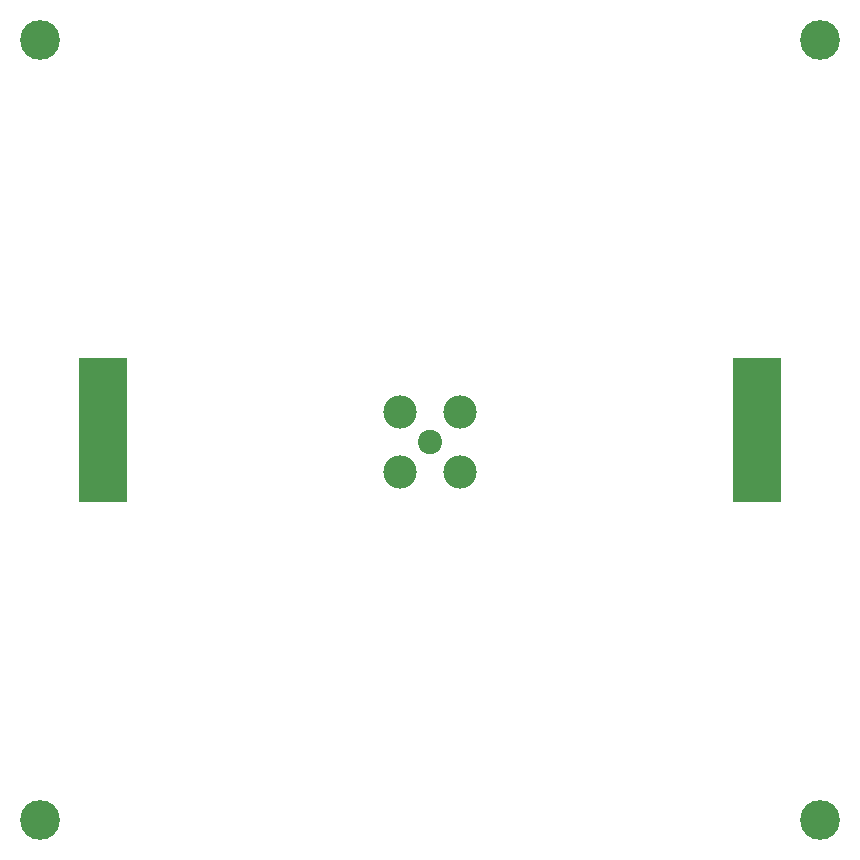
<source format=gbs>
G75*
%MOIN*%
%OFA0B0*%
%FSLAX24Y24*%
%IPPOS*%
%LPD*%
%AMOC8*
5,1,8,0,0,1.08239X$1,22.5*
%
%ADD10C,0.0810*%
%ADD11C,0.1110*%
%ADD12R,0.1635X0.4784*%
%ADD13C,0.1326*%
D10*
X019471Y019078D03*
D11*
X018467Y018074D03*
X018467Y020082D03*
X020475Y020082D03*
X020475Y018074D03*
D12*
X030377Y019471D03*
X008566Y019471D03*
D13*
X006479Y006479D03*
X008566Y019471D03*
X006479Y032463D03*
X030377Y019471D03*
X032463Y006479D03*
X032463Y032463D03*
M02*

</source>
